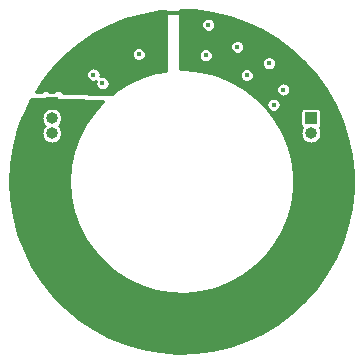
<source format=gbr>
G04 #@! TF.GenerationSoftware,KiCad,Pcbnew,(5.1.4)-1*
G04 #@! TF.CreationDate,2020-07-29T22:37:44-07:00*
G04 #@! TF.ProjectId,Kicad LED Rings_Circular_final_V2,4b696361-6420-44c4-9544-2052696e6773,rev?*
G04 #@! TF.SameCoordinates,Original*
G04 #@! TF.FileFunction,Copper,L2,Inr*
G04 #@! TF.FilePolarity,Positive*
%FSLAX46Y46*%
G04 Gerber Fmt 4.6, Leading zero omitted, Abs format (unit mm)*
G04 Created by KiCad (PCBNEW (5.1.4)-1) date 2020-07-29 22:37:44*
%MOMM*%
%LPD*%
G04 APERTURE LIST*
%ADD10R,1.000000X1.000000*%
%ADD11O,1.000000X1.000000*%
%ADD12C,0.450000*%
%ADD13C,0.304800*%
%ADD14C,0.254000*%
G04 APERTURE END LIST*
D10*
X98659680Y-73283900D03*
D11*
X98659680Y-74553900D03*
X98659680Y-75823900D03*
D10*
X120591580Y-74553420D03*
D11*
X120591580Y-75823420D03*
D12*
X114348260Y-68521580D03*
X113609120Y-70866000D03*
X105369160Y-67236140D03*
X109595920Y-68486020D03*
X102946200Y-71594980D03*
X117436900Y-73416160D03*
X102176580Y-70868540D03*
X111691370Y-69230190D03*
X118239540Y-72130920D03*
X111894620Y-66652140D03*
X117050820Y-69905880D03*
X106029760Y-69128640D03*
X115173760Y-70911720D03*
D13*
X109976920Y-65620900D02*
X107881420Y-65620900D01*
D14*
G36*
X108305485Y-70523092D02*
G01*
X107447477Y-70667820D01*
X106235267Y-71043851D01*
X105083993Y-71578099D01*
X104014199Y-72261029D01*
X103759912Y-72476016D01*
X99656313Y-72388094D01*
X99610865Y-72332715D01*
X99514174Y-72253363D01*
X99403860Y-72194398D01*
X99284162Y-72158088D01*
X99159680Y-72145828D01*
X98945430Y-72148900D01*
X98786680Y-72307650D01*
X98786680Y-72369461D01*
X98532680Y-72364019D01*
X98532680Y-72307650D01*
X98373930Y-72148900D01*
X98159680Y-72145828D01*
X98035198Y-72158088D01*
X97915500Y-72194398D01*
X97805186Y-72253363D01*
X97708495Y-72332715D01*
X97697490Y-72346125D01*
X97282407Y-72337231D01*
X97816604Y-71497385D01*
X98361556Y-70808854D01*
X101570580Y-70808854D01*
X101570580Y-70928226D01*
X101593868Y-71045304D01*
X101639550Y-71155589D01*
X101705869Y-71254842D01*
X101790278Y-71339251D01*
X101889531Y-71405570D01*
X101999816Y-71451252D01*
X102116894Y-71474540D01*
X102236266Y-71474540D01*
X102353344Y-71451252D01*
X102357238Y-71449639D01*
X102340200Y-71535294D01*
X102340200Y-71654666D01*
X102363488Y-71771744D01*
X102409170Y-71882029D01*
X102475489Y-71981282D01*
X102559898Y-72065691D01*
X102659151Y-72132010D01*
X102769436Y-72177692D01*
X102886514Y-72200980D01*
X103005886Y-72200980D01*
X103122964Y-72177692D01*
X103233249Y-72132010D01*
X103332502Y-72065691D01*
X103416911Y-71981282D01*
X103483230Y-71882029D01*
X103528912Y-71771744D01*
X103552200Y-71654666D01*
X103552200Y-71535294D01*
X103528912Y-71418216D01*
X103483230Y-71307931D01*
X103416911Y-71208678D01*
X103332502Y-71124269D01*
X103233249Y-71057950D01*
X103122964Y-71012268D01*
X103005886Y-70988980D01*
X102886514Y-70988980D01*
X102769436Y-71012268D01*
X102765542Y-71013881D01*
X102782580Y-70928226D01*
X102782580Y-70808854D01*
X102759292Y-70691776D01*
X102713610Y-70581491D01*
X102647291Y-70482238D01*
X102562882Y-70397829D01*
X102463629Y-70331510D01*
X102353344Y-70285828D01*
X102236266Y-70262540D01*
X102116894Y-70262540D01*
X101999816Y-70285828D01*
X101889531Y-70331510D01*
X101790278Y-70397829D01*
X101705869Y-70482238D01*
X101639550Y-70581491D01*
X101593868Y-70691776D01*
X101570580Y-70808854D01*
X98361556Y-70808854D01*
X98744315Y-70325251D01*
X99787630Y-69254718D01*
X100010305Y-69068954D01*
X105423760Y-69068954D01*
X105423760Y-69188326D01*
X105447048Y-69305404D01*
X105492730Y-69415689D01*
X105559049Y-69514942D01*
X105643458Y-69599351D01*
X105742711Y-69665670D01*
X105852996Y-69711352D01*
X105970074Y-69734640D01*
X106089446Y-69734640D01*
X106206524Y-69711352D01*
X106316809Y-69665670D01*
X106416062Y-69599351D01*
X106500471Y-69514942D01*
X106566790Y-69415689D01*
X106612472Y-69305404D01*
X106635760Y-69188326D01*
X106635760Y-69068954D01*
X106612472Y-68951876D01*
X106566790Y-68841591D01*
X106500471Y-68742338D01*
X106416062Y-68657929D01*
X106316809Y-68591610D01*
X106206524Y-68545928D01*
X106089446Y-68522640D01*
X105970074Y-68522640D01*
X105852996Y-68545928D01*
X105742711Y-68591610D01*
X105643458Y-68657929D01*
X105559049Y-68742338D01*
X105492730Y-68841591D01*
X105447048Y-68951876D01*
X105423760Y-69068954D01*
X100010305Y-69068954D01*
X100935489Y-68297134D01*
X102175723Y-67462649D01*
X103495187Y-66760109D01*
X104879893Y-66196961D01*
X106315164Y-65779175D01*
X107785784Y-65511178D01*
X108320381Y-65469797D01*
X108305485Y-70523092D01*
X108305485Y-70523092D01*
G37*
X108305485Y-70523092D02*
X107447477Y-70667820D01*
X106235267Y-71043851D01*
X105083993Y-71578099D01*
X104014199Y-72261029D01*
X103759912Y-72476016D01*
X99656313Y-72388094D01*
X99610865Y-72332715D01*
X99514174Y-72253363D01*
X99403860Y-72194398D01*
X99284162Y-72158088D01*
X99159680Y-72145828D01*
X98945430Y-72148900D01*
X98786680Y-72307650D01*
X98786680Y-72369461D01*
X98532680Y-72364019D01*
X98532680Y-72307650D01*
X98373930Y-72148900D01*
X98159680Y-72145828D01*
X98035198Y-72158088D01*
X97915500Y-72194398D01*
X97805186Y-72253363D01*
X97708495Y-72332715D01*
X97697490Y-72346125D01*
X97282407Y-72337231D01*
X97816604Y-71497385D01*
X98361556Y-70808854D01*
X101570580Y-70808854D01*
X101570580Y-70928226D01*
X101593868Y-71045304D01*
X101639550Y-71155589D01*
X101705869Y-71254842D01*
X101790278Y-71339251D01*
X101889531Y-71405570D01*
X101999816Y-71451252D01*
X102116894Y-71474540D01*
X102236266Y-71474540D01*
X102353344Y-71451252D01*
X102357238Y-71449639D01*
X102340200Y-71535294D01*
X102340200Y-71654666D01*
X102363488Y-71771744D01*
X102409170Y-71882029D01*
X102475489Y-71981282D01*
X102559898Y-72065691D01*
X102659151Y-72132010D01*
X102769436Y-72177692D01*
X102886514Y-72200980D01*
X103005886Y-72200980D01*
X103122964Y-72177692D01*
X103233249Y-72132010D01*
X103332502Y-72065691D01*
X103416911Y-71981282D01*
X103483230Y-71882029D01*
X103528912Y-71771744D01*
X103552200Y-71654666D01*
X103552200Y-71535294D01*
X103528912Y-71418216D01*
X103483230Y-71307931D01*
X103416911Y-71208678D01*
X103332502Y-71124269D01*
X103233249Y-71057950D01*
X103122964Y-71012268D01*
X103005886Y-70988980D01*
X102886514Y-70988980D01*
X102769436Y-71012268D01*
X102765542Y-71013881D01*
X102782580Y-70928226D01*
X102782580Y-70808854D01*
X102759292Y-70691776D01*
X102713610Y-70581491D01*
X102647291Y-70482238D01*
X102562882Y-70397829D01*
X102463629Y-70331510D01*
X102353344Y-70285828D01*
X102236266Y-70262540D01*
X102116894Y-70262540D01*
X101999816Y-70285828D01*
X101889531Y-70331510D01*
X101790278Y-70397829D01*
X101705869Y-70482238D01*
X101639550Y-70581491D01*
X101593868Y-70691776D01*
X101570580Y-70808854D01*
X98361556Y-70808854D01*
X98744315Y-70325251D01*
X99787630Y-69254718D01*
X100010305Y-69068954D01*
X105423760Y-69068954D01*
X105423760Y-69188326D01*
X105447048Y-69305404D01*
X105492730Y-69415689D01*
X105559049Y-69514942D01*
X105643458Y-69599351D01*
X105742711Y-69665670D01*
X105852996Y-69711352D01*
X105970074Y-69734640D01*
X106089446Y-69734640D01*
X106206524Y-69711352D01*
X106316809Y-69665670D01*
X106416062Y-69599351D01*
X106500471Y-69514942D01*
X106566790Y-69415689D01*
X106612472Y-69305404D01*
X106635760Y-69188326D01*
X106635760Y-69068954D01*
X106612472Y-68951876D01*
X106566790Y-68841591D01*
X106500471Y-68742338D01*
X106416062Y-68657929D01*
X106316809Y-68591610D01*
X106206524Y-68545928D01*
X106089446Y-68522640D01*
X105970074Y-68522640D01*
X105852996Y-68545928D01*
X105742711Y-68591610D01*
X105643458Y-68657929D01*
X105559049Y-68742338D01*
X105492730Y-68841591D01*
X105447048Y-68951876D01*
X105423760Y-69068954D01*
X100010305Y-69068954D01*
X100935489Y-68297134D01*
X102175723Y-67462649D01*
X103495187Y-66760109D01*
X104879893Y-66196961D01*
X106315164Y-65779175D01*
X107785784Y-65511178D01*
X108320381Y-65469797D01*
X108305485Y-70523092D01*
G36*
X110770511Y-65434303D02*
G01*
X112252977Y-65626238D01*
X113707852Y-65969584D01*
X115119712Y-66460702D01*
X116473592Y-67094387D01*
X117755141Y-67863919D01*
X118950772Y-68761144D01*
X120047814Y-69776549D01*
X121034635Y-70899371D01*
X121900777Y-72117708D01*
X122637058Y-73418645D01*
X123235672Y-74788392D01*
X123690276Y-76212430D01*
X123996048Y-77675663D01*
X124149749Y-79162580D01*
X124149749Y-80657420D01*
X123996048Y-82144337D01*
X123690276Y-83607570D01*
X123235672Y-85031608D01*
X122637058Y-86401355D01*
X121900777Y-87702292D01*
X121034635Y-88920629D01*
X120047814Y-90043451D01*
X118950772Y-91058856D01*
X117755141Y-91956081D01*
X116473592Y-92725613D01*
X115119712Y-93359298D01*
X113707852Y-93850416D01*
X112252977Y-94193762D01*
X110770511Y-94385697D01*
X109276166Y-94424186D01*
X107785784Y-94308822D01*
X106315164Y-94040825D01*
X104879893Y-93623039D01*
X103495187Y-93059891D01*
X102175723Y-92357351D01*
X100935489Y-91522866D01*
X99787630Y-90565282D01*
X98744315Y-89494749D01*
X97816604Y-88322615D01*
X97014329Y-87061305D01*
X96345995Y-85724190D01*
X95818687Y-84325443D01*
X95437994Y-82879891D01*
X95207953Y-81402858D01*
X95131000Y-79910000D01*
X95207953Y-78417142D01*
X95437994Y-76940109D01*
X95818687Y-75494557D01*
X96173301Y-74553900D01*
X97774418Y-74553900D01*
X97791428Y-74726606D01*
X97841805Y-74892675D01*
X97923612Y-75045725D01*
X98033705Y-75179875D01*
X98044702Y-75188900D01*
X98033705Y-75197925D01*
X97923612Y-75332075D01*
X97841805Y-75485125D01*
X97791428Y-75651194D01*
X97774418Y-75823900D01*
X97791428Y-75996606D01*
X97841805Y-76162675D01*
X97923612Y-76315725D01*
X98033705Y-76449875D01*
X98167855Y-76559968D01*
X98320905Y-76641775D01*
X98486974Y-76692152D01*
X98616407Y-76704900D01*
X98702953Y-76704900D01*
X98832386Y-76692152D01*
X98998455Y-76641775D01*
X99151505Y-76559968D01*
X99285655Y-76449875D01*
X99395748Y-76315725D01*
X99477555Y-76162675D01*
X99527932Y-75996606D01*
X99544942Y-75823900D01*
X99527932Y-75651194D01*
X99477555Y-75485125D01*
X99395748Y-75332075D01*
X99285655Y-75197925D01*
X99274658Y-75188900D01*
X99285655Y-75179875D01*
X99395748Y-75045725D01*
X99477555Y-74892675D01*
X99527932Y-74726606D01*
X99544942Y-74553900D01*
X99527932Y-74381194D01*
X99477555Y-74215125D01*
X99395748Y-74062075D01*
X99285655Y-73927925D01*
X99151505Y-73817832D01*
X98998455Y-73736025D01*
X98832386Y-73685648D01*
X98702953Y-73672900D01*
X98616407Y-73672900D01*
X98486974Y-73685648D01*
X98320905Y-73736025D01*
X98167855Y-73817832D01*
X98033705Y-73927925D01*
X97923612Y-74062075D01*
X97841805Y-74215125D01*
X97791428Y-74381194D01*
X97774418Y-74553900D01*
X96173301Y-74553900D01*
X96345995Y-74095810D01*
X96921009Y-72945396D01*
X103021511Y-73106402D01*
X102193621Y-74021756D01*
X101475325Y-75068132D01*
X100902905Y-76200911D01*
X100486578Y-77399879D01*
X100233773Y-78643641D01*
X100149000Y-79910000D01*
X100233773Y-81176359D01*
X100486578Y-82420121D01*
X100902905Y-83619089D01*
X101475325Y-84751868D01*
X102193621Y-85798244D01*
X103044977Y-86739544D01*
X104014199Y-87558971D01*
X105083993Y-88241901D01*
X106235267Y-88776149D01*
X107447477Y-89152180D01*
X108698991Y-89363284D01*
X109967476Y-89405694D01*
X111230295Y-89278653D01*
X112464914Y-88984429D01*
X113649301Y-88528271D01*
X114762320Y-87918319D01*
X115784110Y-87165460D01*
X116696437Y-86283126D01*
X117483019Y-85287063D01*
X118129821Y-84195047D01*
X118625301Y-83026564D01*
X118960616Y-81802466D01*
X119129783Y-80544597D01*
X119129783Y-79275403D01*
X118960616Y-78017534D01*
X118625301Y-76793436D01*
X118213979Y-75823420D01*
X119706318Y-75823420D01*
X119723328Y-75996126D01*
X119773705Y-76162195D01*
X119855512Y-76315245D01*
X119965605Y-76449395D01*
X120099755Y-76559488D01*
X120252805Y-76641295D01*
X120418874Y-76691672D01*
X120548307Y-76704420D01*
X120634853Y-76704420D01*
X120764286Y-76691672D01*
X120930355Y-76641295D01*
X121083405Y-76559488D01*
X121217555Y-76449395D01*
X121327648Y-76315245D01*
X121409455Y-76162195D01*
X121459832Y-75996126D01*
X121476842Y-75823420D01*
X121459832Y-75650714D01*
X121409455Y-75484645D01*
X121335438Y-75346169D01*
X121362291Y-75324131D01*
X121409902Y-75266116D01*
X121445281Y-75199928D01*
X121467067Y-75128109D01*
X121474423Y-75053420D01*
X121474423Y-74053420D01*
X121467067Y-73978731D01*
X121445281Y-73906912D01*
X121409902Y-73840724D01*
X121362291Y-73782709D01*
X121304276Y-73735098D01*
X121238088Y-73699719D01*
X121166269Y-73677933D01*
X121091580Y-73670577D01*
X120091580Y-73670577D01*
X120016891Y-73677933D01*
X119945072Y-73699719D01*
X119878884Y-73735098D01*
X119820869Y-73782709D01*
X119773258Y-73840724D01*
X119737879Y-73906912D01*
X119716093Y-73978731D01*
X119708737Y-74053420D01*
X119708737Y-75053420D01*
X119716093Y-75128109D01*
X119737879Y-75199928D01*
X119773258Y-75266116D01*
X119820869Y-75324131D01*
X119847722Y-75346169D01*
X119773705Y-75484645D01*
X119723328Y-75650714D01*
X119706318Y-75823420D01*
X118213979Y-75823420D01*
X118129821Y-75624953D01*
X117483019Y-74532937D01*
X116696437Y-73536874D01*
X116509905Y-73356474D01*
X116830900Y-73356474D01*
X116830900Y-73475846D01*
X116854188Y-73592924D01*
X116899870Y-73703209D01*
X116966189Y-73802462D01*
X117050598Y-73886871D01*
X117149851Y-73953190D01*
X117260136Y-73998872D01*
X117377214Y-74022160D01*
X117496586Y-74022160D01*
X117613664Y-73998872D01*
X117723949Y-73953190D01*
X117823202Y-73886871D01*
X117907611Y-73802462D01*
X117973930Y-73703209D01*
X118019612Y-73592924D01*
X118042900Y-73475846D01*
X118042900Y-73356474D01*
X118019612Y-73239396D01*
X117973930Y-73129111D01*
X117907611Y-73029858D01*
X117823202Y-72945449D01*
X117723949Y-72879130D01*
X117613664Y-72833448D01*
X117496586Y-72810160D01*
X117377214Y-72810160D01*
X117260136Y-72833448D01*
X117149851Y-72879130D01*
X117050598Y-72945449D01*
X116966189Y-73029858D01*
X116899870Y-73129111D01*
X116854188Y-73239396D01*
X116830900Y-73356474D01*
X116509905Y-73356474D01*
X115784110Y-72654540D01*
X114992440Y-72071234D01*
X117633540Y-72071234D01*
X117633540Y-72190606D01*
X117656828Y-72307684D01*
X117702510Y-72417969D01*
X117768829Y-72517222D01*
X117853238Y-72601631D01*
X117952491Y-72667950D01*
X118062776Y-72713632D01*
X118179854Y-72736920D01*
X118299226Y-72736920D01*
X118416304Y-72713632D01*
X118526589Y-72667950D01*
X118625842Y-72601631D01*
X118710251Y-72517222D01*
X118776570Y-72417969D01*
X118822252Y-72307684D01*
X118845540Y-72190606D01*
X118845540Y-72071234D01*
X118822252Y-71954156D01*
X118776570Y-71843871D01*
X118710251Y-71744618D01*
X118625842Y-71660209D01*
X118526589Y-71593890D01*
X118416304Y-71548208D01*
X118299226Y-71524920D01*
X118179854Y-71524920D01*
X118062776Y-71548208D01*
X117952491Y-71593890D01*
X117853238Y-71660209D01*
X117768829Y-71744618D01*
X117702510Y-71843871D01*
X117656828Y-71954156D01*
X117633540Y-72071234D01*
X114992440Y-72071234D01*
X114762320Y-71901681D01*
X113649301Y-71291729D01*
X112507660Y-70852034D01*
X114567760Y-70852034D01*
X114567760Y-70971406D01*
X114591048Y-71088484D01*
X114636730Y-71198769D01*
X114703049Y-71298022D01*
X114787458Y-71382431D01*
X114886711Y-71448750D01*
X114996996Y-71494432D01*
X115114074Y-71517720D01*
X115233446Y-71517720D01*
X115350524Y-71494432D01*
X115460809Y-71448750D01*
X115560062Y-71382431D01*
X115644471Y-71298022D01*
X115710790Y-71198769D01*
X115756472Y-71088484D01*
X115779760Y-70971406D01*
X115779760Y-70852034D01*
X115756472Y-70734956D01*
X115710790Y-70624671D01*
X115644471Y-70525418D01*
X115560062Y-70441009D01*
X115460809Y-70374690D01*
X115350524Y-70329008D01*
X115233446Y-70305720D01*
X115114074Y-70305720D01*
X114996996Y-70329008D01*
X114886711Y-70374690D01*
X114787458Y-70441009D01*
X114703049Y-70525418D01*
X114636730Y-70624671D01*
X114591048Y-70734956D01*
X114567760Y-70852034D01*
X112507660Y-70852034D01*
X112464914Y-70835571D01*
X111230295Y-70541347D01*
X109967476Y-70414306D01*
X109480920Y-70430573D01*
X109481048Y-69846194D01*
X116444820Y-69846194D01*
X116444820Y-69965566D01*
X116468108Y-70082644D01*
X116513790Y-70192929D01*
X116580109Y-70292182D01*
X116664518Y-70376591D01*
X116763771Y-70442910D01*
X116874056Y-70488592D01*
X116991134Y-70511880D01*
X117110506Y-70511880D01*
X117227584Y-70488592D01*
X117337869Y-70442910D01*
X117437122Y-70376591D01*
X117521531Y-70292182D01*
X117587850Y-70192929D01*
X117633532Y-70082644D01*
X117656820Y-69965566D01*
X117656820Y-69846194D01*
X117633532Y-69729116D01*
X117587850Y-69618831D01*
X117521531Y-69519578D01*
X117437122Y-69435169D01*
X117337869Y-69368850D01*
X117227584Y-69323168D01*
X117110506Y-69299880D01*
X116991134Y-69299880D01*
X116874056Y-69323168D01*
X116763771Y-69368850D01*
X116664518Y-69435169D01*
X116580109Y-69519578D01*
X116513790Y-69618831D01*
X116468108Y-69729116D01*
X116444820Y-69846194D01*
X109481048Y-69846194D01*
X109481197Y-69170504D01*
X111085370Y-69170504D01*
X111085370Y-69289876D01*
X111108658Y-69406954D01*
X111154340Y-69517239D01*
X111220659Y-69616492D01*
X111305068Y-69700901D01*
X111404321Y-69767220D01*
X111514606Y-69812902D01*
X111631684Y-69836190D01*
X111751056Y-69836190D01*
X111868134Y-69812902D01*
X111978419Y-69767220D01*
X112077672Y-69700901D01*
X112162081Y-69616492D01*
X112228400Y-69517239D01*
X112274082Y-69406954D01*
X112297370Y-69289876D01*
X112297370Y-69170504D01*
X112274082Y-69053426D01*
X112228400Y-68943141D01*
X112162081Y-68843888D01*
X112077672Y-68759479D01*
X111978419Y-68693160D01*
X111868134Y-68647478D01*
X111751056Y-68624190D01*
X111631684Y-68624190D01*
X111514606Y-68647478D01*
X111404321Y-68693160D01*
X111305068Y-68759479D01*
X111220659Y-68843888D01*
X111154340Y-68943141D01*
X111108658Y-69053426D01*
X111085370Y-69170504D01*
X109481197Y-69170504D01*
X109481352Y-68461894D01*
X113742260Y-68461894D01*
X113742260Y-68581266D01*
X113765548Y-68698344D01*
X113811230Y-68808629D01*
X113877549Y-68907882D01*
X113961958Y-68992291D01*
X114061211Y-69058610D01*
X114171496Y-69104292D01*
X114288574Y-69127580D01*
X114407946Y-69127580D01*
X114525024Y-69104292D01*
X114635309Y-69058610D01*
X114734562Y-68992291D01*
X114818971Y-68907882D01*
X114885290Y-68808629D01*
X114930972Y-68698344D01*
X114954260Y-68581266D01*
X114954260Y-68461894D01*
X114930972Y-68344816D01*
X114885290Y-68234531D01*
X114818971Y-68135278D01*
X114734562Y-68050869D01*
X114635309Y-67984550D01*
X114525024Y-67938868D01*
X114407946Y-67915580D01*
X114288574Y-67915580D01*
X114171496Y-67938868D01*
X114061211Y-67984550D01*
X113961958Y-68050869D01*
X113877549Y-68135278D01*
X113811230Y-68234531D01*
X113765548Y-68344816D01*
X113742260Y-68461894D01*
X109481352Y-68461894D01*
X109481763Y-66592454D01*
X111288620Y-66592454D01*
X111288620Y-66711826D01*
X111311908Y-66828904D01*
X111357590Y-66939189D01*
X111423909Y-67038442D01*
X111508318Y-67122851D01*
X111607571Y-67189170D01*
X111717856Y-67234852D01*
X111834934Y-67258140D01*
X111954306Y-67258140D01*
X112071384Y-67234852D01*
X112181669Y-67189170D01*
X112280922Y-67122851D01*
X112365331Y-67038442D01*
X112431650Y-66939189D01*
X112477332Y-66828904D01*
X112500620Y-66711826D01*
X112500620Y-66592454D01*
X112477332Y-66475376D01*
X112431650Y-66365091D01*
X112365331Y-66265838D01*
X112280922Y-66181429D01*
X112181669Y-66115110D01*
X112071384Y-66069428D01*
X111954306Y-66046140D01*
X111834934Y-66046140D01*
X111717856Y-66069428D01*
X111607571Y-66115110D01*
X111508318Y-66181429D01*
X111423909Y-66265838D01*
X111357590Y-66365091D01*
X111311908Y-66475376D01*
X111288620Y-66592454D01*
X109481763Y-66592454D01*
X109482026Y-65401116D01*
X110770511Y-65434303D01*
X110770511Y-65434303D01*
G37*
X110770511Y-65434303D02*
X112252977Y-65626238D01*
X113707852Y-65969584D01*
X115119712Y-66460702D01*
X116473592Y-67094387D01*
X117755141Y-67863919D01*
X118950772Y-68761144D01*
X120047814Y-69776549D01*
X121034635Y-70899371D01*
X121900777Y-72117708D01*
X122637058Y-73418645D01*
X123235672Y-74788392D01*
X123690276Y-76212430D01*
X123996048Y-77675663D01*
X124149749Y-79162580D01*
X124149749Y-80657420D01*
X123996048Y-82144337D01*
X123690276Y-83607570D01*
X123235672Y-85031608D01*
X122637058Y-86401355D01*
X121900777Y-87702292D01*
X121034635Y-88920629D01*
X120047814Y-90043451D01*
X118950772Y-91058856D01*
X117755141Y-91956081D01*
X116473592Y-92725613D01*
X115119712Y-93359298D01*
X113707852Y-93850416D01*
X112252977Y-94193762D01*
X110770511Y-94385697D01*
X109276166Y-94424186D01*
X107785784Y-94308822D01*
X106315164Y-94040825D01*
X104879893Y-93623039D01*
X103495187Y-93059891D01*
X102175723Y-92357351D01*
X100935489Y-91522866D01*
X99787630Y-90565282D01*
X98744315Y-89494749D01*
X97816604Y-88322615D01*
X97014329Y-87061305D01*
X96345995Y-85724190D01*
X95818687Y-84325443D01*
X95437994Y-82879891D01*
X95207953Y-81402858D01*
X95131000Y-79910000D01*
X95207953Y-78417142D01*
X95437994Y-76940109D01*
X95818687Y-75494557D01*
X96173301Y-74553900D01*
X97774418Y-74553900D01*
X97791428Y-74726606D01*
X97841805Y-74892675D01*
X97923612Y-75045725D01*
X98033705Y-75179875D01*
X98044702Y-75188900D01*
X98033705Y-75197925D01*
X97923612Y-75332075D01*
X97841805Y-75485125D01*
X97791428Y-75651194D01*
X97774418Y-75823900D01*
X97791428Y-75996606D01*
X97841805Y-76162675D01*
X97923612Y-76315725D01*
X98033705Y-76449875D01*
X98167855Y-76559968D01*
X98320905Y-76641775D01*
X98486974Y-76692152D01*
X98616407Y-76704900D01*
X98702953Y-76704900D01*
X98832386Y-76692152D01*
X98998455Y-76641775D01*
X99151505Y-76559968D01*
X99285655Y-76449875D01*
X99395748Y-76315725D01*
X99477555Y-76162675D01*
X99527932Y-75996606D01*
X99544942Y-75823900D01*
X99527932Y-75651194D01*
X99477555Y-75485125D01*
X99395748Y-75332075D01*
X99285655Y-75197925D01*
X99274658Y-75188900D01*
X99285655Y-75179875D01*
X99395748Y-75045725D01*
X99477555Y-74892675D01*
X99527932Y-74726606D01*
X99544942Y-74553900D01*
X99527932Y-74381194D01*
X99477555Y-74215125D01*
X99395748Y-74062075D01*
X99285655Y-73927925D01*
X99151505Y-73817832D01*
X98998455Y-73736025D01*
X98832386Y-73685648D01*
X98702953Y-73672900D01*
X98616407Y-73672900D01*
X98486974Y-73685648D01*
X98320905Y-73736025D01*
X98167855Y-73817832D01*
X98033705Y-73927925D01*
X97923612Y-74062075D01*
X97841805Y-74215125D01*
X97791428Y-74381194D01*
X97774418Y-74553900D01*
X96173301Y-74553900D01*
X96345995Y-74095810D01*
X96921009Y-72945396D01*
X103021511Y-73106402D01*
X102193621Y-74021756D01*
X101475325Y-75068132D01*
X100902905Y-76200911D01*
X100486578Y-77399879D01*
X100233773Y-78643641D01*
X100149000Y-79910000D01*
X100233773Y-81176359D01*
X100486578Y-82420121D01*
X100902905Y-83619089D01*
X101475325Y-84751868D01*
X102193621Y-85798244D01*
X103044977Y-86739544D01*
X104014199Y-87558971D01*
X105083993Y-88241901D01*
X106235267Y-88776149D01*
X107447477Y-89152180D01*
X108698991Y-89363284D01*
X109967476Y-89405694D01*
X111230295Y-89278653D01*
X112464914Y-88984429D01*
X113649301Y-88528271D01*
X114762320Y-87918319D01*
X115784110Y-87165460D01*
X116696437Y-86283126D01*
X117483019Y-85287063D01*
X118129821Y-84195047D01*
X118625301Y-83026564D01*
X118960616Y-81802466D01*
X119129783Y-80544597D01*
X119129783Y-79275403D01*
X118960616Y-78017534D01*
X118625301Y-76793436D01*
X118213979Y-75823420D01*
X119706318Y-75823420D01*
X119723328Y-75996126D01*
X119773705Y-76162195D01*
X119855512Y-76315245D01*
X119965605Y-76449395D01*
X120099755Y-76559488D01*
X120252805Y-76641295D01*
X120418874Y-76691672D01*
X120548307Y-76704420D01*
X120634853Y-76704420D01*
X120764286Y-76691672D01*
X120930355Y-76641295D01*
X121083405Y-76559488D01*
X121217555Y-76449395D01*
X121327648Y-76315245D01*
X121409455Y-76162195D01*
X121459832Y-75996126D01*
X121476842Y-75823420D01*
X121459832Y-75650714D01*
X121409455Y-75484645D01*
X121335438Y-75346169D01*
X121362291Y-75324131D01*
X121409902Y-75266116D01*
X121445281Y-75199928D01*
X121467067Y-75128109D01*
X121474423Y-75053420D01*
X121474423Y-74053420D01*
X121467067Y-73978731D01*
X121445281Y-73906912D01*
X121409902Y-73840724D01*
X121362291Y-73782709D01*
X121304276Y-73735098D01*
X121238088Y-73699719D01*
X121166269Y-73677933D01*
X121091580Y-73670577D01*
X120091580Y-73670577D01*
X120016891Y-73677933D01*
X119945072Y-73699719D01*
X119878884Y-73735098D01*
X119820869Y-73782709D01*
X119773258Y-73840724D01*
X119737879Y-73906912D01*
X119716093Y-73978731D01*
X119708737Y-74053420D01*
X119708737Y-75053420D01*
X119716093Y-75128109D01*
X119737879Y-75199928D01*
X119773258Y-75266116D01*
X119820869Y-75324131D01*
X119847722Y-75346169D01*
X119773705Y-75484645D01*
X119723328Y-75650714D01*
X119706318Y-75823420D01*
X118213979Y-75823420D01*
X118129821Y-75624953D01*
X117483019Y-74532937D01*
X116696437Y-73536874D01*
X116509905Y-73356474D01*
X116830900Y-73356474D01*
X116830900Y-73475846D01*
X116854188Y-73592924D01*
X116899870Y-73703209D01*
X116966189Y-73802462D01*
X117050598Y-73886871D01*
X117149851Y-73953190D01*
X117260136Y-73998872D01*
X117377214Y-74022160D01*
X117496586Y-74022160D01*
X117613664Y-73998872D01*
X117723949Y-73953190D01*
X117823202Y-73886871D01*
X117907611Y-73802462D01*
X117973930Y-73703209D01*
X118019612Y-73592924D01*
X118042900Y-73475846D01*
X118042900Y-73356474D01*
X118019612Y-73239396D01*
X117973930Y-73129111D01*
X117907611Y-73029858D01*
X117823202Y-72945449D01*
X117723949Y-72879130D01*
X117613664Y-72833448D01*
X117496586Y-72810160D01*
X117377214Y-72810160D01*
X117260136Y-72833448D01*
X117149851Y-72879130D01*
X117050598Y-72945449D01*
X116966189Y-73029858D01*
X116899870Y-73129111D01*
X116854188Y-73239396D01*
X116830900Y-73356474D01*
X116509905Y-73356474D01*
X115784110Y-72654540D01*
X114992440Y-72071234D01*
X117633540Y-72071234D01*
X117633540Y-72190606D01*
X117656828Y-72307684D01*
X117702510Y-72417969D01*
X117768829Y-72517222D01*
X117853238Y-72601631D01*
X117952491Y-72667950D01*
X118062776Y-72713632D01*
X118179854Y-72736920D01*
X118299226Y-72736920D01*
X118416304Y-72713632D01*
X118526589Y-72667950D01*
X118625842Y-72601631D01*
X118710251Y-72517222D01*
X118776570Y-72417969D01*
X118822252Y-72307684D01*
X118845540Y-72190606D01*
X118845540Y-72071234D01*
X118822252Y-71954156D01*
X118776570Y-71843871D01*
X118710251Y-71744618D01*
X118625842Y-71660209D01*
X118526589Y-71593890D01*
X118416304Y-71548208D01*
X118299226Y-71524920D01*
X118179854Y-71524920D01*
X118062776Y-71548208D01*
X117952491Y-71593890D01*
X117853238Y-71660209D01*
X117768829Y-71744618D01*
X117702510Y-71843871D01*
X117656828Y-71954156D01*
X117633540Y-72071234D01*
X114992440Y-72071234D01*
X114762320Y-71901681D01*
X113649301Y-71291729D01*
X112507660Y-70852034D01*
X114567760Y-70852034D01*
X114567760Y-70971406D01*
X114591048Y-71088484D01*
X114636730Y-71198769D01*
X114703049Y-71298022D01*
X114787458Y-71382431D01*
X114886711Y-71448750D01*
X114996996Y-71494432D01*
X115114074Y-71517720D01*
X115233446Y-71517720D01*
X115350524Y-71494432D01*
X115460809Y-71448750D01*
X115560062Y-71382431D01*
X115644471Y-71298022D01*
X115710790Y-71198769D01*
X115756472Y-71088484D01*
X115779760Y-70971406D01*
X115779760Y-70852034D01*
X115756472Y-70734956D01*
X115710790Y-70624671D01*
X115644471Y-70525418D01*
X115560062Y-70441009D01*
X115460809Y-70374690D01*
X115350524Y-70329008D01*
X115233446Y-70305720D01*
X115114074Y-70305720D01*
X114996996Y-70329008D01*
X114886711Y-70374690D01*
X114787458Y-70441009D01*
X114703049Y-70525418D01*
X114636730Y-70624671D01*
X114591048Y-70734956D01*
X114567760Y-70852034D01*
X112507660Y-70852034D01*
X112464914Y-70835571D01*
X111230295Y-70541347D01*
X109967476Y-70414306D01*
X109480920Y-70430573D01*
X109481048Y-69846194D01*
X116444820Y-69846194D01*
X116444820Y-69965566D01*
X116468108Y-70082644D01*
X116513790Y-70192929D01*
X116580109Y-70292182D01*
X116664518Y-70376591D01*
X116763771Y-70442910D01*
X116874056Y-70488592D01*
X116991134Y-70511880D01*
X117110506Y-70511880D01*
X117227584Y-70488592D01*
X117337869Y-70442910D01*
X117437122Y-70376591D01*
X117521531Y-70292182D01*
X117587850Y-70192929D01*
X117633532Y-70082644D01*
X117656820Y-69965566D01*
X117656820Y-69846194D01*
X117633532Y-69729116D01*
X117587850Y-69618831D01*
X117521531Y-69519578D01*
X117437122Y-69435169D01*
X117337869Y-69368850D01*
X117227584Y-69323168D01*
X117110506Y-69299880D01*
X116991134Y-69299880D01*
X116874056Y-69323168D01*
X116763771Y-69368850D01*
X116664518Y-69435169D01*
X116580109Y-69519578D01*
X116513790Y-69618831D01*
X116468108Y-69729116D01*
X116444820Y-69846194D01*
X109481048Y-69846194D01*
X109481197Y-69170504D01*
X111085370Y-69170504D01*
X111085370Y-69289876D01*
X111108658Y-69406954D01*
X111154340Y-69517239D01*
X111220659Y-69616492D01*
X111305068Y-69700901D01*
X111404321Y-69767220D01*
X111514606Y-69812902D01*
X111631684Y-69836190D01*
X111751056Y-69836190D01*
X111868134Y-69812902D01*
X111978419Y-69767220D01*
X112077672Y-69700901D01*
X112162081Y-69616492D01*
X112228400Y-69517239D01*
X112274082Y-69406954D01*
X112297370Y-69289876D01*
X112297370Y-69170504D01*
X112274082Y-69053426D01*
X112228400Y-68943141D01*
X112162081Y-68843888D01*
X112077672Y-68759479D01*
X111978419Y-68693160D01*
X111868134Y-68647478D01*
X111751056Y-68624190D01*
X111631684Y-68624190D01*
X111514606Y-68647478D01*
X111404321Y-68693160D01*
X111305068Y-68759479D01*
X111220659Y-68843888D01*
X111154340Y-68943141D01*
X111108658Y-69053426D01*
X111085370Y-69170504D01*
X109481197Y-69170504D01*
X109481352Y-68461894D01*
X113742260Y-68461894D01*
X113742260Y-68581266D01*
X113765548Y-68698344D01*
X113811230Y-68808629D01*
X113877549Y-68907882D01*
X113961958Y-68992291D01*
X114061211Y-69058610D01*
X114171496Y-69104292D01*
X114288574Y-69127580D01*
X114407946Y-69127580D01*
X114525024Y-69104292D01*
X114635309Y-69058610D01*
X114734562Y-68992291D01*
X114818971Y-68907882D01*
X114885290Y-68808629D01*
X114930972Y-68698344D01*
X114954260Y-68581266D01*
X114954260Y-68461894D01*
X114930972Y-68344816D01*
X114885290Y-68234531D01*
X114818971Y-68135278D01*
X114734562Y-68050869D01*
X114635309Y-67984550D01*
X114525024Y-67938868D01*
X114407946Y-67915580D01*
X114288574Y-67915580D01*
X114171496Y-67938868D01*
X114061211Y-67984550D01*
X113961958Y-68050869D01*
X113877549Y-68135278D01*
X113811230Y-68234531D01*
X113765548Y-68344816D01*
X113742260Y-68461894D01*
X109481352Y-68461894D01*
X109481763Y-66592454D01*
X111288620Y-66592454D01*
X111288620Y-66711826D01*
X111311908Y-66828904D01*
X111357590Y-66939189D01*
X111423909Y-67038442D01*
X111508318Y-67122851D01*
X111607571Y-67189170D01*
X111717856Y-67234852D01*
X111834934Y-67258140D01*
X111954306Y-67258140D01*
X112071384Y-67234852D01*
X112181669Y-67189170D01*
X112280922Y-67122851D01*
X112365331Y-67038442D01*
X112431650Y-66939189D01*
X112477332Y-66828904D01*
X112500620Y-66711826D01*
X112500620Y-66592454D01*
X112477332Y-66475376D01*
X112431650Y-66365091D01*
X112365331Y-66265838D01*
X112280922Y-66181429D01*
X112181669Y-66115110D01*
X112071384Y-66069428D01*
X111954306Y-66046140D01*
X111834934Y-66046140D01*
X111717856Y-66069428D01*
X111607571Y-66115110D01*
X111508318Y-66181429D01*
X111423909Y-66265838D01*
X111357590Y-66365091D01*
X111311908Y-66475376D01*
X111288620Y-66592454D01*
X109481763Y-66592454D01*
X109482026Y-65401116D01*
X110770511Y-65434303D01*
M02*

</source>
